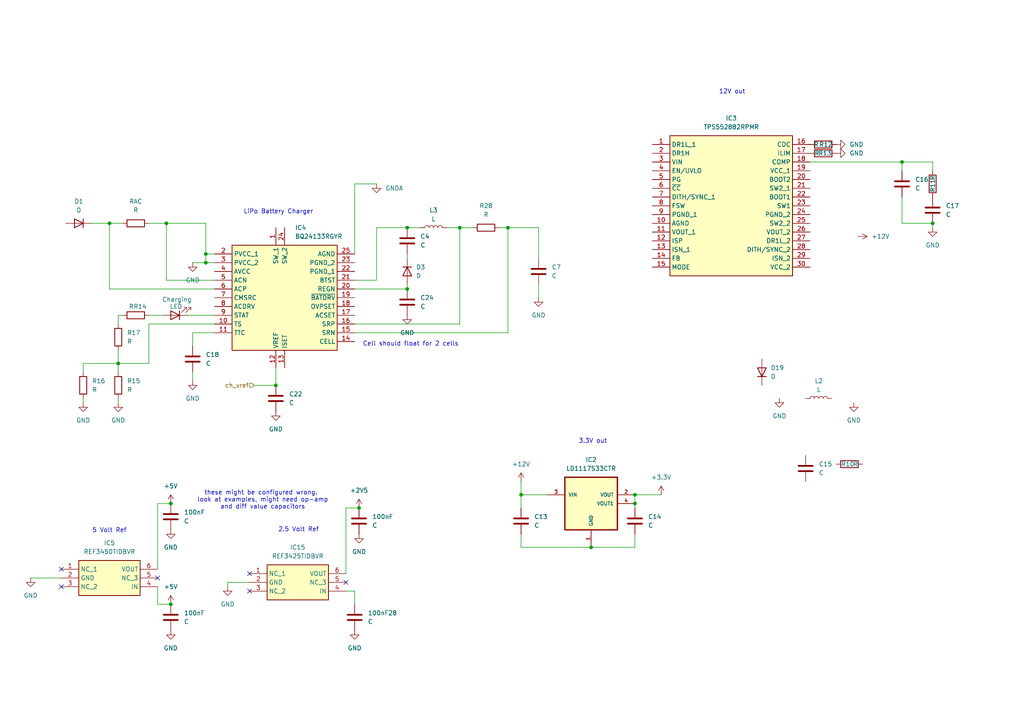
<source format=kicad_sch>
(kicad_sch (version 20231120) (generator "eeschema") (generator_version "8.0")
  (paper "A4")
  (lib_symbols
    (symbol "BQ24133RGYR:BQ24133RGYR"
      (property "Reference" "IC" (at 36.83 20.32 0))
      (property "Value" "BQ24133RGYR" (at 36.83 17.78 0))
      (symbol "BQ24133RGYR_1_1"
        (rectangle (start 5.08 15.24) (end 35.56 -15.24) (stroke (width 0.254)) (fill (type background)))
        (pin passive line (at 0 -2.54 0) (length 5.08) (name "SW_1") (number "1"))
        (pin passive line (at 27.94 -20.32 90) (length 5.08) (name "TS") (number "10"))
        (pin passive line (at 30.48 -20.32 90) (length 5.08) (name "TTC") (number "11"))
        (pin passive line (at 40.64 -2.54 180) (length 5.08) (name "VREF") (number "12"))
        (pin passive line (at 40.64 0 180) (length 5.08) (name "ISET") (number "13"))
        (pin passive line (at 33.02 20.32 270) (length 5.08) (name "CELL") (number "14"))
        (pin passive line (at 30.48 20.32 270) (length 5.08) (name "SRN") (number "15"))
        (pin passive line (at 27.94 20.32 270) (length 5.08) (name "SRP") (number "16"))
        (pin passive line (at 25.4 20.32 270) (length 5.08) (name "ACSET") (number "17"))
        (pin passive line (at 22.86 20.32 270) (length 5.08) (name "OVPSET") (number "18"))
        (pin passive line (at 20.32 20.32 270) (length 5.08) (name "~{BATDRV}") (number "19"))
        (pin passive line (at 7.62 -20.32 90) (length 5.08) (name "PVCC_1") (number "2"))
        (pin passive line (at 17.78 20.32 270) (length 5.08) (name "REGN") (number "20"))
        (pin passive line (at 15.24 20.32 270) (length 5.08) (name "BTST") (number "21"))
        (pin passive line (at 12.7 20.32 270) (length 5.08) (name "PGND_1") (number "22"))
        (pin passive line (at 10.16 20.32 270) (length 5.08) (name "PGND_2") (number "23"))
        (pin passive line (at 0 0 0) (length 5.08) (name "SW_2") (number "24"))
        (pin passive line (at 7.62 20.32 270) (length 5.08) (name "AGND") (number "25"))
        (pin passive line (at 10.16 -20.32 90) (length 5.08) (name "PVCC_2") (number "3"))
        (pin passive line (at 12.7 -20.32 90) (length 5.08) (name "AVCC") (number "4"))
        (pin passive line (at 15.24 -20.32 90) (length 5.08) (name "ACN") (number "5"))
        (pin passive line (at 17.78 -20.32 90) (length 5.08) (name "ACP") (number "6"))
        (pin passive line (at 20.32 -20.32 90) (length 5.08) (name "CMSRC") (number "7"))
        (pin passive line (at 22.86 -20.32 90) (length 5.08) (name "ACDRV") (number "8"))
        (pin passive line (at 25.4 -20.32 90) (length 5.08) (name "STAT") (number "9"))
      )
    )
    (symbol "Device:C" (pin_numbers hide) (pin_names (offset 0.254))
      (property "Reference" "C" (at 0.635 2.54 0))
      (property "Value" "C" (at 0.635 -2.54 0))
      (symbol "C_0_1"
        (polyline (pts (xy -2.032 -0.762) (xy 2.032 -0.762)) (stroke (width 0.508)))
        (polyline (pts (xy -2.032 0.762) (xy 2.032 0.762)) (stroke (width 0.508)))
      )
      (symbol "C_1_1"
        (pin passive line (at 0 3.81 270) (length 2.794) (name "~") (number "1"))
        (pin passive line (at 0 -3.81 90) (length 2.794) (name "~") (number "2"))
      )
    )
    (symbol "Device:D" (pin_numbers hide) (pin_names (offset 1.016) hide)
      (property "Reference" "D" (at 0 2.54 0))
      (property "Value" "D" (at 0 -2.54 0))
      (symbol "D_0_1"
        (polyline (pts (xy -1.27 1.27) (xy -1.27 -1.27)) (stroke (width 0.254)))
        (polyline (pts (xy 1.27 0) (xy -1.27 0)))
        (polyline (pts (xy 1.27 1.27) (xy 1.27 -1.27) (xy -1.27 0) (xy 1.27 1.27)) (stroke (width 0.254)))
      )
      (symbol "D_1_1"
        (pin passive line (at -3.81 0 0) (length 2.54) (name "K") (number "1"))
        (pin passive line (at 3.81 0 180) (length 2.54) (name "A") (number "2"))
      )
    )
    (symbol "Device:L" (pin_numbers hide) (pin_names (offset 1.016) hide)
      (property "Reference" "L" (at -1.27 0 90))
      (property "Value" "L" (at 1.905 0 90))
      (symbol "L_0_1"
        (arc (start 0 -2.54) (mid 0.6323 -1.905) (end 0 -1.27))
        (arc (start 0 -1.27) (mid 0.6323 -0.635) (end 0 0))
        (arc (start 0 0) (mid 0.6323 0.635) (end 0 1.27))
        (arc (start 0 1.27) (mid 0.6323 1.905) (end 0 2.54))
      )
      (symbol "L_1_1"
        (pin passive line (at 0 3.81 270) (length 1.27) (name "1") (number "1"))
        (pin passive line (at 0 -3.81 90) (length 1.27) (name "2") (number "2"))
      )
    )
    (symbol "Device:LED" (pin_numbers hide) (pin_names (offset 1.016) hide)
      (property "Reference" "D" (at 0 2.54 0))
      (property "Value" "LED" (at 0 -2.54 0))
      (symbol "LED_0_1"
        (polyline (pts (xy -1.27 -1.27) (xy -1.27 1.27)) (stroke (width 0.254)))
        (polyline (pts (xy -1.27 0) (xy 1.27 0)))
        (polyline (pts (xy 1.27 -1.27) (xy 1.27 1.27) (xy -1.27 0) (xy 1.27 -1.27)) (stroke (width 0.254)))
        (polyline (pts (xy -3.048 -0.762) (xy -4.572 -2.286) (xy -3.81 -2.286) (xy -4.572 -2.286) (xy -4.572 -1.524)))
        (polyline (pts (xy -1.778 -0.762) (xy -3.302 -2.286) (xy -2.54 -2.286) (xy -3.302 -2.286) (xy -3.302 -1.524)))
      )
      (symbol "LED_1_1"
        (pin passive line (at -3.81 0 0) (length 2.54) (name "K") (number "1"))
        (pin passive line (at 3.81 0 180) (length 2.54) (name "A") (number "2"))
      )
    )
    (symbol "Device:R" (pin_numbers hide) (pin_names (offset 0))
      (property "Reference" "R" (at 2.032 0 90))
      (property "Value" "R" (at 0 0 90))
      (symbol "R_0_1"
        (rectangle (start -1.016 -2.54) (end 1.016 2.54) (stroke (width 0.254)))
      )
      (symbol "R_1_1"
        (pin passive line (at 0 3.81 270) (length 1.27) (name "~") (number "1"))
        (pin passive line (at 0 -3.81 90) (length 1.27) (name "~") (number "2"))
      )
    )
    (symbol "LD1117S33CTR:LD1117S33CTR" (pin_names (offset 1.016))
      (property "Reference" "IC" (at -7.62 5.715 0))
      (property "Value" "LD1117S33CTR" (at -5.08 2.54 0))
      (symbol "LD1117S33CTR_0_0"
        (rectangle (start -7.62 -10.16) (end 7.62 5.08) (stroke (width 0.4064)) (fill (type background)))
        (pin power_in line (at 0 -15.24 90) (length 5.08) (name "GND") (number "1"))
        (pin power_in line (at 12.7 0 180) (length 5.08) (name "VOUT") (number "2"))
        (pin input line (at -12.7 0 0) (length 5.08) (name "VIN") (number "3"))
        (pin power_in line (at 12.7 -2.54 180) (length 5.08) (name "VOUT1") (number "4"))
      )
    )
    (symbol "REF3425TIDBVR:REF3425TIDBVR"
      (property "Reference" "IC" (at 24.13 7.62 0))
      (property "Value" "REF3425TIDBVR" (at 24.13 5.08 0))
      (symbol "REF3425TIDBVR_1_1"
        (rectangle (start 5.08 2.54) (end 22.86 -7.62) (stroke (width 0.254)) (fill (type background)))
        (pin passive line (at 0 0 0) (length 5.08) (name "NC_1") (number "1"))
        (pin passive line (at 0 -2.54 0) (length 5.08) (name "GND") (number "2"))
        (pin passive line (at 0 -5.08 0) (length 5.08) (name "NC_2") (number "3"))
        (pin passive line (at 27.94 -5.08 180) (length 5.08) (name "IN") (number "4"))
        (pin passive line (at 27.94 -2.54 180) (length 5.08) (name "NC_3") (number "5"))
        (pin passive line (at 27.94 0 180) (length 5.08) (name "VOUT") (number "6"))
      )
    )
    (symbol "REF3450TIDBVR:REF3450TIDBVR"
      (property "Reference" "IC" (at 24.13 7.62 0))
      (property "Value" "REF3450TIDBVR" (at 24.13 5.08 0))
      (symbol "REF3450TIDBVR_1_1"
        (rectangle (start 5.08 2.54) (end 22.86 -7.62) (stroke (width 0.254)) (fill (type background)))
        (pin passive line (at 0 0 0) (length 5.08) (name "NC_1") (number "1"))
        (pin passive line (at 0 -2.54 0) (length 5.08) (name "GND") (number "2"))
        (pin passive line (at 0 -5.08 0) (length 5.08) (name "NC_2") (number "3"))
        (pin passive line (at 27.94 -5.08 180) (length 5.08) (name "IN") (number "4"))
        (pin passive line (at 27.94 -2.54 180) (length 5.08) (name "NC_3") (number "5"))
        (pin passive line (at 27.94 0 180) (length 5.08) (name "VOUT") (number "6"))
      )
    )
    (symbol "TPS552882RPMR:TPS552882RPMR"
      (property "Reference" "IC" (at 41.91 7.62 0))
      (property "Value" "TPS552882RPMR" (at 41.91 5.08 0))
      (symbol "TPS552882RPMR_1_1"
        (rectangle (start 5.08 2.54) (end 40.64 -38.1) (stroke (width 0.254)) (fill (type background)))
        (pin passive line (at 0 0 0) (length 5.08) (name "DR1L_1") (number "1"))
        (pin passive line (at 0 -22.86 0) (length 5.08) (name "AGND") (number "10"))
        (pin passive line (at 0 -25.4 0) (length 5.08) (name "VOUT_1") (number "11"))
        (pin passive line (at 0 -27.94 0) (length 5.08) (name "ISP") (number "12"))
        (pin passive line (at 0 -30.48 0) (length 5.08) (name "ISN_1") (number "13"))
        (pin passive line (at 0 -33.02 0) (length 5.08) (name "FB") (number "14"))
        (pin passive line (at 0 -35.56 0) (length 5.08) (name "MODE") (number "15"))
        (pin passive line (at 45.72 0 180) (length 5.08) (name "CDC") (number "16"))
        (pin passive line (at 45.72 -2.54 180) (length 5.08) (name "ILIM") (number "17"))
        (pin passive line (at 45.72 -5.08 180) (length 5.08) (name "COMP") (number "18"))
        (pin passive line (at 45.72 -7.62 180) (length 5.08) (name "VCC_1") (number "19"))
        (pin passive line (at 0 -2.54 0) (length 5.08) (name "DR1H") (number "2"))
        (pin passive line (at 45.72 -10.16 180) (length 5.08) (name "BOOT2") (number "20"))
        (pin passive line (at 45.72 -12.7 180) (length 5.08) (name "SW2_1") (number "21"))
        (pin passive line (at 45.72 -15.24 180) (length 5.08) (name "BOOT1") (number "22"))
        (pin passive line (at 45.72 -17.78 180) (length 5.08) (name "SW1") (number "23"))
        (pin passive line (at 45.72 -20.32 180) (length 5.08) (name "PGND_2") (number "24"))
        (pin passive line (at 45.72 -22.86 180) (length 5.08) (name "SW2_2") (number "25"))
        (pin passive line (at 45.72 -25.4 180) (length 5.08) (name "VOUT_2") (number "26"))
        (pin passive line (at 45.72 -27.94 180) (length 5.08) (name "DR1L_2") (number "27"))
        (pin passive line (at 45.72 -30.48 180) (length 5.08) (name "DITH/SYNC_2") (number "28"))
        (pin passive line (at 45.72 -33.02 180) (length 5.08) (name "ISN_2") (number "29"))
        (pin passive line (at 0 -5.08 0) (length 5.08) (name "VIN") (number "3"))
        (pin passive line (at 45.72 -35.56 180) (length 5.08) (name "VCC_2") (number "30"))
        (pin passive line (at 0 -7.62 0) (length 5.08) (name "EN/UVLO") (number "4"))
        (pin passive line (at 0 -10.16 0) (length 5.08) (name "PG") (number "5"))
        (pin passive line (at 0 -12.7 0) (length 5.08) (name "~{CC}") (number "6"))
        (pin passive line (at 0 -15.24 0) (length 5.08) (name "DITH/SYNC_1") (number "7"))
        (pin passive line (at 0 -17.78 0) (length 5.08) (name "FSW") (number "8"))
        (pin passive line (at 0 -20.32 0) (length 5.08) (name "PGND_1") (number "9"))
      )
    )
    (symbol "power:+12V" (power) (pin_numbers hide) (pin_names (offset 0) hide)
      (property "Value" "+12V" (at 0 3.556 0))
      (symbol "+12V_0_1"
        (polyline (pts (xy -0.762 1.27) (xy 0 2.54)))
        (polyline (pts (xy 0 0) (xy 0 2.54)))
        (polyline (pts (xy 0 2.54) (xy 0.762 1.27)))
      )
      (symbol "+12V_1_1"
        (pin power_in line (at 0 0 90) (length 0) (name "~") (number "1"))
      )
    )
    (symbol "power:+2V5" (power) (pin_numbers hide) (pin_names (offset 0) hide)
      (property "Value" "+2V5" (at 0 3.556 0))
      (symbol "+2V5_0_1"
        (polyline (pts (xy -0.762 1.27) (xy 0 2.54)))
        (polyline (pts (xy 0 0) (xy 0 2.54)))
        (polyline (pts (xy 0 2.54) (xy 0.762 1.27)))
      )
      (symbol "+2V5_1_1"
        (pin power_in line (at 0 0 90) (length 0) (name "~") (number "1"))
      )
    )
    (symbol "power:+3.3V" (power) (pin_numbers hide) (pin_names (offset 0) hide)
      (property "Value" "+3.3V" (at 0 3.556 0))
      (symbol "+3.3V_0_1"
        (polyline (pts (xy -0.762 1.27) (xy 0 2.54)))
        (polyline (pts (xy 0 0) (xy 0 2.54)))
        (polyline (pts (xy 0 2.54) (xy 0.762 1.27)))
      )
      (symbol "+3.3V_1_1"
        (pin power_in line (at 0 0 90) (length 0) (name "~") (number "1"))
      )
    )
    (symbol "power:+5V" (power) (pin_numbers hide) (pin_names (offset 0) hide)
      (property "Value" "+5V" (at 0 3.556 0))
      (symbol "+5V_0_1"
        (polyline (pts (xy -0.762 1.27) (xy 0 2.54)))
        (polyline (pts (xy 0 0) (xy 0 2.54)))
        (polyline (pts (xy 0 2.54) (xy 0.762 1.27)))
      )
      (symbol "+5V_1_1"
        (pin power_in line (at 0 0 90) (length 0) (name "~") (number "1"))
      )
    )
    (symbol "power:GND" (power) (pin_numbers hide) (pin_names (offset 0) hide)
      (property "Value" "GND" (at 0 -3.81 0))
      (symbol "GND_0_1"
        (polyline (pts (xy 0 0) (xy 0 -1.27) (xy 1.27 -1.27) (xy 0 -2.54) (xy -1.27 -1.27) (xy 0 -1.27)))
      )
      (symbol "GND_1_1"
        (pin power_in line (at 0 0 270) (length 0) (name "~") (number "1"))
      )
    )
    (symbol "power:GNDA" (power) (pin_numbers hide) (pin_names (offset 0) hide)
      (property "Value" "GNDA" (at 0 -3.81 0))
      (symbol "GNDA_0_1"
        (polyline (pts (xy 0 0) (xy 0 -1.27) (xy 1.27 -1.27) (xy 0 -2.54) (xy -1.27 -1.27) (xy 0 -1.27)))
      )
      (symbol "GNDA_1_1"
        (pin power_in line (at 0 0 270) (length 0) (name "~") (number "1"))
      )
    )
  )
  (junction (at 171.45 158.75))
  (junction (at 261.62 46.99))
  (junction (at 184.15 143.51))
  (junction (at 270.51 64.77))
  (junction (at 104.14 147.32))
  (junction (at 48.26 64.77))
  (junction (at 118.11 66.04))
  (junction (at 31.75 64.77))
  (junction (at 184.15 146.05))
  (junction (at 59.69 76.2))
  (junction (at 49.53 146.05))
  (junction (at 34.29 105.41))
  (junction (at 133.35 66.04))
  (junction (at 49.53 175.26))
  (junction (at 80.01 111.76))
  (junction (at 147.32 66.04))
  (junction (at 59.69 73.66))
  (junction (at 151.13 143.51))
  (junction (at 118.11 83.82))
  (no_connect (at 45.72 167.64))
  (no_connect (at 17.78 170.18))
  (no_connect (at 72.39 171.45))
  (no_connect (at 100.33 168.91))
  (no_connect (at 72.39 166.37))
  (no_connect (at 17.78 165.1))
  (wire (pts (xy 184.15 154.94) (xy 184.15 158.75)))
  (wire (pts (xy 34.29 101.6) (xy 34.29 105.41)))
  (wire (pts (xy 151.13 147.32) (xy 151.13 143.51)))
  (wire (pts (xy 100.33 166.37) (xy 100.33 147.32)))
  (wire (pts (xy 80.01 106.68) (xy 80.01 111.76)))
  (wire (pts (xy 48.26 64.77) (xy 59.69 64.77)))
  (wire (pts (xy 118.11 82.55) (xy 118.11 83.82)))
  (wire (pts (xy 100.33 147.32) (xy 104.14 147.32)))
  (wire (pts (xy 151.13 154.94) (xy 151.13 158.75)))
  (wire (pts (xy 156.21 66.04) (xy 147.32 66.04)))
  (wire (pts (xy 151.13 139.7) (xy 151.13 143.51)))
  (wire (pts (xy 147.32 66.04) (xy 147.32 96.52)))
  (wire (pts (xy 43.18 64.77) (xy 48.26 64.77)))
  (wire (pts (xy 184.15 143.51) (xy 191.77 143.51)))
  (wire (pts (xy 8.89 167.64) (xy 17.78 167.64)))
  (wire (pts (xy 261.62 64.77) (xy 270.51 64.77)))
  (wire (pts (xy 34.29 107.95) (xy 34.29 105.41)))
  (wire (pts (xy 102.87 175.26) (xy 102.87 171.45)))
  (wire (pts (xy 261.62 46.99) (xy 270.51 46.99)))
  (wire (pts (xy 34.29 116.84) (xy 34.29 115.57)))
  (wire (pts (xy 26.67 64.77) (xy 31.75 64.77)))
  (wire (pts (xy 102.87 73.66) (xy 102.87 53.34)))
  (wire (pts (xy 72.39 168.91) (xy 66.04 168.91)))
  (wire (pts (xy 184.15 147.32) (xy 184.15 146.05)))
  (wire (pts (xy 102.87 171.45) (xy 100.33 171.45)))
  (wire (pts (xy 55.88 96.52) (xy 62.23 96.52)))
  (wire (pts (xy 62.23 93.98) (xy 43.18 93.98)))
  (wire (pts (xy 43.18 93.98) (xy 43.18 105.41)))
  (wire (pts (xy 147.32 66.04) (xy 144.78 66.04)))
  (wire (pts (xy 48.26 81.28) (xy 62.23 81.28)))
  (wire (pts (xy 109.22 81.28) (xy 102.87 81.28)))
  (wire (pts (xy 184.15 146.05) (xy 184.15 143.51)))
  (wire (pts (xy 133.35 66.04) (xy 137.16 66.04)))
  (wire (pts (xy 102.87 53.34) (xy 109.22 53.34)))
  (wire (pts (xy 133.35 93.98) (xy 133.35 66.04)))
  (wire (pts (xy 109.22 66.04) (xy 118.11 66.04)))
  (wire (pts (xy 45.72 170.18) (xy 45.72 175.26)))
  (wire (pts (xy 234.95 46.99) (xy 261.62 46.99)))
  (wire (pts (xy 24.13 105.41) (xy 34.29 105.41)))
  (wire (pts (xy 59.69 76.2) (xy 62.23 76.2)))
  (wire (pts (xy 31.75 83.82) (xy 31.75 64.77)))
  (wire (pts (xy 55.88 100.33) (xy 55.88 96.52)))
  (wire (pts (xy 55.88 76.2) (xy 59.69 76.2)))
  (wire (pts (xy 102.87 93.98) (xy 133.35 93.98)))
  (wire (pts (xy 54.61 91.44) (xy 62.23 91.44)))
  (wire (pts (xy 156.21 86.36) (xy 156.21 82.55)))
  (wire (pts (xy 129.54 66.04) (xy 133.35 66.04)))
  (wire (pts (xy 102.87 96.52) (xy 147.32 96.52)))
  (wire (pts (xy 156.21 66.04) (xy 156.21 74.93)))
  (wire (pts (xy 261.62 57.15) (xy 261.62 64.77)))
  (wire (pts (xy 102.87 83.82) (xy 118.11 83.82)))
  (wire (pts (xy 184.15 158.75) (xy 171.45 158.75)))
  (wire (pts (xy 24.13 115.57) (xy 24.13 116.84)))
  (wire (pts (xy 24.13 105.41) (xy 24.13 107.95)))
  (wire (pts (xy 270.51 46.99) (xy 270.51 49.53)))
  (wire (pts (xy 118.11 66.04) (xy 121.92 66.04)))
  (wire (pts (xy 73.66 111.76) (xy 80.01 111.76)))
  (wire (pts (xy 151.13 143.51) (xy 158.75 143.51)))
  (wire (pts (xy 45.72 165.1) (xy 45.72 146.05)))
  (wire (pts (xy 45.72 175.26) (xy 49.53 175.26)))
  (wire (pts (xy 118.11 73.66) (xy 118.11 74.93)))
  (wire (pts (xy 55.88 107.95) (xy 55.88 110.49)))
  (wire (pts (xy 171.45 158.75) (xy 151.13 158.75)))
  (wire (pts (xy 62.23 83.82) (xy 31.75 83.82)))
  (wire (pts (xy 48.26 64.77) (xy 48.26 81.28)))
  (wire (pts (xy 270.51 66.04) (xy 270.51 64.77)))
  (wire (pts (xy 109.22 66.04) (xy 109.22 81.28)))
  (wire (pts (xy 261.62 46.99) (xy 261.62 49.53)))
  (wire (pts (xy 34.29 91.44) (xy 34.29 93.98)))
  (wire (pts (xy 45.72 146.05) (xy 49.53 146.05)))
  (wire (pts (xy 43.18 105.41) (xy 34.29 105.41)))
  (wire (pts (xy 35.56 91.44) (xy 34.29 91.44)))
  (wire (pts (xy 59.69 73.66) (xy 59.69 64.77)))
  (wire (pts (xy 66.04 168.91) (xy 66.04 170.18)))
  (wire (pts (xy 31.75 64.77) (xy 35.56 64.77)))
  (wire (pts (xy 59.69 73.66) (xy 59.69 76.2)))
  (wire (pts (xy 43.18 91.44) (xy 46.99 91.44)))
  (wire (pts (xy 59.69 73.66) (xy 62.23 73.66)))
  (text "5 Volt Ref" (at 31.75 153.924 0) (effects (font (size 1.27 1.27))))
  (text "2.5 Volt Ref" (at 86.614 153.67 0) (effects (font (size 1.27 1.27))))
  (text "3.3V out" (at 171.958 128.016 0) (effects (font (size 1.27 1.27))))
  (text "these might be configured wrong. \nlook at examples, might need op-amp\nand diff value capacitors" (at 76.2 145.034 0) (effects (font (size 1.27 1.27))))
  (text "12V out" (at 212.344 26.67 0) (effects (font (size 1.27 1.27))))
  (text "Cell should float for 2 cells\n" (at 119.126 99.822 0) (effects (font (size 1.27 1.27))))
  (text "LiPo Battery Charger\n" (at 80.772 61.468 0) (effects (font (size 1.27 1.27))))
  (hierarchical_label "ch_vref" (shape input) (at 73.66 111.76 180))
  (symbol (lib_id "Device:L") (at 237.49 115.57 90) (unit 1)
    (property "Reference" "L2" (at 237.49 110.49 90))
    (property "Value" "L" (at 237.49 113.03 90))
    (property "Description" "Inductor" (effects (hide yes)))
  )
  (symbol (lib_id "Device:R") (at 34.29 111.76 180) (unit 1)
    (property "Reference" "R15" (at 36.83 110.4899 0) (effects (justify right)))
    (property "Value" "R" (at 36.83 113.0299 0) (effects (justify right)))
    (property "Description" "Resistor" (effects (hide yes)))
  )
  (symbol (lib_id "Device:R") (at 39.37 64.77 270) (unit 1)
    (property "Reference" "RAC" (at 39.37 58.42 90))
    (property "Value" "R" (at 39.37 60.96 90))
    (property "Description" "Resistor" (effects (hide yes)))
  )
  (symbol (lib_id "Device:C") (at 49.53 149.86 0) (unit 1)
    (property "Reference" "100nF" (at 53.34 148.5899 0) (effects (justify left)))
    (property "Value" "C" (at 53.34 151.1299 0) (effects (justify left)))
    (property "Description" "Unpolarized capacitor" (effects (hide yes)))
  )
  (symbol (lib_id "power:GND") (at 55.88 110.49 0) (unit 1)
    (property "Reference" "#PWR078" (effects (hide yes)))
    (property "Value" "GND" (at 55.88 115.57 0))
    (property "Description" "Power symbol creates a global label with name \"GND\" , ground" (effects (hide yes)))
  )
  (symbol (lib_id "Device:C") (at 270.51 60.96 0) (unit 1)
    (property "Reference" "C17" (at 274.32 59.6899 0) (effects (justify left)))
    (property "Value" "C" (at 274.32 62.2299 0) (effects (justify left)))
    (property "Description" "Unpolarized capacitor" (effects (hide yes)))
  )
  (symbol (lib_id "Device:C") (at 184.15 151.13 0) (unit 1)
    (property "Reference" "C14" (at 187.96 149.8599 0) (effects (justify left)))
    (property "Value" "C" (at 187.96 152.3999 0) (effects (justify left)))
    (property "Description" "Unpolarized capacitor" (effects (hide yes)))
  )
  (symbol (lib_id "Device:R") (at 34.29 97.79 180) (unit 1)
    (property "Reference" "R17" (at 36.83 96.5199 0) (effects (justify right)))
    (property "Value" "R" (at 36.83 99.0599 0) (effects (justify right)))
    (property "Description" "Resistor" (effects (hide yes)))
  )
  (symbol (lib_id "REF3450TIDBVR:REF3450TIDBVR") (at 17.78 165.1 0) (unit 1)
    (property "Reference" "IC5" (at 31.75 157.48 0))
    (property "Value" "REF3450TIDBVR" (at 31.75 160.02 0))
    (property "Footprint" "SOT95P280X145-6N" (effects (hide yes)))
    (property "Datasheet" "https://www.ti.com/lit/ds/symlink/ref3450.pdf?ts=1625451766832&ref_url=https%253A%252F%252Fwww.ti.com%252Fsitesearch%252Fdocs%252Funiversalsearch.tsp%253FlangPref%253Den-US%2526searchTerm%253DREF3450TIDBVR%2526nr%253D7" (effects (hide yes)))
    (property "Description" "Voltage References 5-V, low-drift, low-power, small-footprint series voltage reference" (effects (hide yes)))
    (property "Height" "1.45" (effects (hide yes)))
    (property "Mouser Part Number" "595-REF3450TIDBVR" (effects (hide yes)))
    (property "Mouser Price/Stock" "https://www.mouser.co.uk/ProductDetail/Texas-Instruments/REF3450TIDBVR?qs=QNEnbhJQKvaJ9wk9nNLvXA%3D%3D" (effects (hide yes)))
    (property "Manufacturer_Name" "Texas Instruments" (effects (hide yes)))
    (property "Manufacturer_Part_Number" "REF3450TIDBVR" (effects (hide yes)))
  )
  (symbol (lib_id "power:+12V") (at 151.13 139.7 0) (unit 1)
    (property "Reference" "#PWR066" (effects (hide yes)))
    (property "Value" "+12V" (at 151.13 134.62 0))
    (property "Description" "Power symbol creates a global label with name \"+12V\"" (effects (hide yes)))
  )
  (symbol (lib_id "Device:C") (at 104.14 151.13 0) (unit 1)
    (property "Reference" "100nF" (at 107.95 149.8599 0) (effects (justify left)))
    (property "Value" "C" (at 107.95 152.3999 0) (effects (justify left)))
    (property "Description" "Unpolarized capacitor" (effects (hide yes)))
  )
  (symbol (lib_id "power:GND") (at 34.29 116.84 0) (unit 1)
    (property "Reference" "#PWR079" (effects (hide yes)))
    (property "Value" "GND" (at 34.29 121.92 0))
    (property "Description" "Power symbol creates a global label with name \"GND\" , ground" (effects (hide yes)))
  )
  (symbol (lib_id "power:GND") (at 226.06 115.57 0) (unit 1)
    (property "Reference" "#PWR065" (effects (hide yes)))
    (property "Value" "GND" (at 226.06 120.65 0))
    (property "Description" "Power symbol creates a global label with name \"GND\" , ground" (effects (hide yes)))
  )
  (symbol (lib_id "REF3425TIDBVR:REF3425TIDBVR") (at 72.39 166.37 0) (unit 1)
    (property "Reference" "IC15" (at 86.36 158.75 0))
    (property "Value" "REF3425TIDBVR" (at 86.36 161.29 0))
    (property "Footprint" "SOT95P280X145-6N" (effects (hide yes)))
    (property "Datasheet" "https://www.ti.com/lit/ds/symlink/ref3425.pdf" (effects (hide yes)))
    (property "Description" "Voltage References 2.5-V, low-drift, low-power, small-footprint series voltage reference" (effects (hide yes)))
    (property "Height" "1.45" (effects (hide yes)))
    (property "Mouser Part Number" "595-REF3425TIDBVR" (effects (hide yes)))
    (property "Mouser Price/Stock" "https://www.mouser.co.uk/ProductDetail/Texas-Instruments/REF3425TIDBVR?qs=aP1CjGhiNiGDDMYjOCCRrA%3D%3D" (effects (hide yes)))
    (property "Manufacturer_Name" "Texas Instruments" (effects (hide yes)))
    (property "Manufacturer_Part_Number" "REF3425TIDBVR" (effects (hide yes)))
  )
  (symbol (lib_id "power:GND") (at 80.01 119.38 0) (unit 1)
    (property "Reference" "#PWR086" (effects (hide yes)))
    (property "Value" "GND" (at 80.01 124.46 0))
    (property "Description" "Power symbol creates a global label with name \"GND\" , ground" (effects (hide yes)))
  )
  (symbol (lib_id "power:+3.3V") (at 191.77 143.51 0) (unit 1)
    (property "Reference" "#PWR059" (effects (hide yes)))
    (property "Value" "+3.3V" (at 191.77 138.43 0))
    (property "Description" "Power symbol creates a global label with name \"+3.3V\"" (effects (hide yes)))
  )
  (symbol (lib_id "BQ24133RGYR:BQ24133RGYR") (at 82.55 66.04 270) (unit 1)
    (property "Reference" "IC4" (at 85.5665 66.04 90) (effects (justify left)))
    (property "Value" "BQ24133RGYR" (at 85.5665 68.58 90) (effects (justify left)))
    (property "Footprint" "BQ24133RGYR" (effects (hide yes)))
    (property "Datasheet" "http://www.ti.com/lit/gpn/BQ24133" (effects (hide yes)))
    (property "Description" "Synchronous Switch-Mode Li-Ion and Li-Polymer Stand-Alone Battery Charger" (effects (hide yes)))
    (property "Height" "1" (effects (hide yes)))
    (property "Mouser Part Number" "595-BQ24133RGYR" (effects (hide yes)))
    (property "Mouser Price/Stock" "https://www.mouser.co.uk/ProductDetail/Texas-Instruments/BQ24133RGYR?qs=O1HRStiETChtddIVJFsUHw%3D%3D" (effects (hide yes)))
    (property "Manufacturer_Name" "Texas Instruments" (effects (hide yes)))
    (property "Manufacturer_Part_Number" "BQ24133RGYR" (effects (hide yes)))
  )
  (symbol (lib_id "LD1117S33CTR:LD1117S33CTR") (at 171.45 143.51 0) (unit 1)
    (property "Reference" "IC2" (at 171.45 133.35 0))
    (property "Value" "LD1117S33CTR" (at 171.45 135.89 0))
    (property "Footprint" "LD1117S33CTR:SOT223" (effects (hide yes)))
    (property "MF" "STMicroelectronics" (effects (hide yes)))
    (property "Description_1" "\n                        \n                            Linear Voltage Regulator IC Positive Fixed 1 Output  800mA SOT-223\n                        \n" (effects (hide yes)))
    (property "Package" "SOT-223 STMicroelectronics" (effects (hide yes)))
    (property "Price" "None" (effects (hide yes)))
    (property "SnapEDA_Link" "https://www.snapeda.com/parts/LD1117S33CTR/STMicroelectronics/view-part/?ref=snap" (effects (hide yes)))
    (property "MP" "LD1117S33CTR" (effects (hide yes)))
    (property "Availability" "In Stock" (effects (hide yes)))
    (property "Check_prices" "https://www.snapeda.com/parts/LD1117S33CTR/STMicroelectronics/view-part/?ref=eda" (effects (hide yes)))
  )
  (symbol (lib_id "power:GND") (at 66.04 170.18 0) (unit 1)
    (property "Reference" "#PWR0120" (effects (hide yes)))
    (property "Value" "GND" (at 66.04 175.26 0))
    (property "Description" "Power symbol creates a global label with name \"GND\" , ground" (effects (hide yes)))
  )
  (symbol (lib_id "Device:C") (at 151.13 151.13 0) (unit 1)
    (property "Reference" "C13" (at 154.94 149.8599 0) (effects (justify left)))
    (property "Value" "C" (at 154.94 152.3999 0) (effects (justify left)))
    (property "Description" "Unpolarized capacitor" (effects (hide yes)))
  )
  (symbol (lib_id "Device:R") (at 24.13 111.76 180) (unit 1)
    (property "Reference" "R16" (at 26.67 110.4899 0) (effects (justify right)))
    (property "Value" "R" (at 26.67 113.0299 0) (effects (justify right)))
    (property "Description" "Resistor" (effects (hide yes)))
  )
  (symbol (lib_id "power:GND") (at 55.88 76.2 0) (unit 1)
    (property "Reference" "#PWR0119" (effects (hide yes)))
    (property "Value" "GND" (at 55.88 81.28 0))
    (property "Description" "Power symbol creates a global label with name \"GND\" , ground" (effects (hide yes)))
  )
  (symbol (lib_id "Device:D") (at 22.86 64.77 180) (unit 1)
    (property "Reference" "D1" (at 22.86 58.42 0))
    (property "Value" "D" (at 22.86 60.96 0))
    (property "Description" "Diode" (effects (hide yes)))
    (property "Sim.Device" "D" (effects (hide yes)))
    (property "Sim.Pins" "1=K 2=A" (effects (hide yes)))
  )
  (symbol (lib_id "Device:R") (at 39.37 91.44 90) (unit 1)
    (property "Reference" "R14" (at 40.64 88.9 90))
    (property "Value" "R" (at 38.1 88.9 90))
    (property "Description" "Resistor" (effects (hide yes)))
  )
  (symbol (lib_id "power:GNDA") (at 109.22 53.34 0) (unit 1)
    (property "Reference" "#PWR077" (effects (hide yes)))
    (property "Value" "GNDA" (at 111.76 54.6099 0) (effects (justify left)))
    (property "Description" "Power symbol creates a global label with name \"GNDA\" , analog ground" (effects (hide yes)))
  )
  (symbol (lib_id "power:+12V") (at 248.92 68.58 270) (unit 1)
    (property "Reference" "#PWR071" (effects (hide yes)))
    (property "Value" "+12V" (at 252.73 68.5799 90) (effects (justify left)))
    (property "Description" "Power symbol creates a global label with name \"+12V\"" (effects (hide yes)))
  )
  (symbol (lib_id "Device:C") (at 80.01 115.57 0) (unit 1)
    (property "Reference" "C22" (at 83.82 114.2999 0) (effects (justify left)))
    (property "Value" "C" (at 83.82 116.8399 0) (effects (justify left)))
    (property "Description" "Unpolarized capacitor" (effects (hide yes)))
  )
  (symbol (lib_id "power:GND") (at 49.53 153.67 0) (unit 1)
    (property "Reference" "#PWR075" (effects (hide yes)))
    (property "Value" "GND" (at 49.53 158.75 0))
    (property "Description" "Power symbol creates a global label with name \"GND\" , ground" (effects (hide yes)))
  )
  (symbol (lib_id "Device:C") (at 233.68 135.89 0) (unit 1)
    (property "Reference" "C15" (at 237.49 134.6199 0) (effects (justify left)))
    (property "Value" "C" (at 237.49 137.1599 0) (effects (justify left)))
    (property "Description" "Unpolarized capacitor" (effects (hide yes)))
  )
  (symbol (lib_id "power:GND") (at 102.87 182.88 0) (unit 1)
    (property "Reference" "#PWR0121" (effects (hide yes)))
    (property "Value" "GND" (at 102.87 187.96 0))
    (property "Description" "Power symbol creates a global label with name \"GND\" , ground" (effects (hide yes)))
  )
  (symbol (lib_id "power:GND") (at 49.53 182.88 0) (unit 1)
    (property "Reference" "#PWR076" (effects (hide yes)))
    (property "Value" "GND" (at 49.53 187.96 0))
    (property "Description" "Power symbol creates a global label with name \"GND\" , ground" (effects (hide yes)))
  )
  (symbol (lib_id "power:GND") (at 242.57 44.45 90) (unit 1)
    (property "Reference" "#PWR0118" (effects (hide yes)))
    (property "Value" "GND" (at 246.38 44.4499 90) (effects (justify right)))
    (property "Description" "Power symbol creates a global label with name \"GND\" , ground" (effects (hide yes)))
  )
  (symbol (lib_id "power:GND") (at 247.65 116.84 0) (mirror y) (unit 1)
    (property "Reference" "#PWR068" (effects (hide yes)))
    (property "Value" "GND" (at 247.65 121.92 0))
    (property "Description" "Power symbol creates a global label with name \"GND\" , ground" (effects (hide yes)))
  )
  (symbol (lib_id "Device:C") (at 102.87 179.07 0) (unit 1)
    (property "Reference" "100nF28" (at 106.68 177.7999 0) (effects (justify left)))
    (property "Value" "C" (at 106.68 180.3399 0) (effects (justify left)))
    (property "Description" "Unpolarized capacitor" (effects (hide yes)))
  )
  (symbol (lib_id "Device:D") (at 118.11 78.74 270) (unit 1)
    (property "Reference" "D3" (at 120.65 77.4699 90) (effects (justify left)))
    (property "Value" "D" (at 120.65 80.0099 90) (effects (justify left)))
    (property "Description" "Diode" (effects (hide yes)))
    (property "Sim.Device" "D" (effects (hide yes)))
    (property "Sim.Pins" "1=K 2=A" (effects (hide yes)))
  )
  (symbol (lib_id "power:+5V") (at 49.53 146.05 0) (unit 1)
    (property "Reference" "#PWR073" (effects (hide yes)))
    (property "Value" "+5V" (at 49.53 140.97 0))
    (property "Description" "Power symbol creates a global label with name \"+5V\"" (effects (hide yes)))
  )
  (symbol (lib_id "Device:R") (at 246.38 134.62 90) (unit 1)
    (property "Reference" "R10" (at 245.872 134.62 90))
    (property "Value" "R" (at 248.158 134.62 90))
    (property "Description" "Resistor" (effects (hide yes)))
  )
  (symbol (lib_id "power:+5V") (at 49.53 175.26 0) (unit 1)
    (property "Reference" "#PWR074" (effects (hide yes)))
    (property "Value" "+5V" (at 49.53 170.18 0))
    (property "Description" "Power symbol creates a global label with name \"+5V\"" (effects (hide yes)))
  )
  (symbol (lib_id "Device:C") (at 49.53 179.07 0) (unit 1)
    (property "Reference" "100nF" (at 53.34 177.7999 0) (effects (justify left)))
    (property "Value" "C" (at 53.34 180.3399 0) (effects (justify left)))
    (property "Description" "Unpolarized capacitor" (effects (hide yes)))
  )
  (symbol (lib_id "Device:C") (at 261.62 53.34 0) (unit 1)
    (property "Reference" "C16" (at 265.43 52.0699 0) (effects (justify left)))
    (property "Value" "C" (at 265.43 54.6099 0) (effects (justify left)))
    (property "Description" "Unpolarized capacitor" (effects (hide yes)))
  )
  (symbol (lib_id "power:GND") (at 242.57 41.91 90) (unit 1)
    (property "Reference" "#PWR0117" (effects (hide yes)))
    (property "Value" "GND" (at 246.38 41.9099 90) (effects (justify right)))
    (property "Description" "Power symbol creates a global label with name \"GND\" , ground" (effects (hide yes)))
  )
  (symbol (lib_id "Device:C") (at 118.11 69.85 180) (unit 1)
    (property "Reference" "C4" (at 121.92 68.5799 0) (effects (justify right)))
    (property "Value" "C" (at 121.92 71.1199 0) (effects (justify right)))
    (property "Description" "Unpolarized capacitor" (effects (hide yes)))
  )
  (symbol (lib_id "power:GND") (at 270.51 66.04 0) (mirror y) (unit 1)
    (property "Reference" "#PWR067" (effects (hide yes)))
    (property "Value" "GND" (at 270.51 71.12 0))
    (property "Description" "Power symbol creates a global label with name \"GND\" , ground" (effects (hide yes)))
  )
  (symbol (lib_id "Device:LED") (at 50.8 91.44 180) (unit 1)
    (property "Reference" "Charging" (at 51.308 86.868 0))
    (property "Value" "LED" (at 51.054 88.9 0))
    (property "Description" "Light emitting diode" (effects (hide yes)))
  )
  (symbol (lib_id "power:+2V5") (at 104.14 147.32 0) (unit 1)
    (property "Reference" "#PWR0124" (effects (hide yes)))
    (property "Value" "+2V5" (at 104.14 142.24 0))
    (property "Description" "Power symbol creates a global label with name \"+2V5\"" (effects (hide yes)))
  )
  (symbol (lib_id "power:GND") (at 104.14 154.94 0) (unit 1)
    (property "Reference" "#PWR0123" (effects (hide yes)))
    (property "Value" "GND" (at 104.14 160.02 0))
    (property "Description" "Power symbol creates a global label with name \"GND\" , ground" (effects (hide yes)))
  )
  (symbol (lib_id "Device:C") (at 55.88 104.14 0) (unit 1)
    (property "Reference" "C18" (at 59.69 102.8699 0) (effects (justify left)))
    (property "Value" "C" (at 59.69 105.4099 0) (effects (justify left)))
    (property "Description" "Unpolarized capacitor" (effects (hide yes)))
  )
  (symbol (lib_id "Device:C") (at 156.21 78.74 0) (unit 1)
    (property "Reference" "C7" (at 160.02 77.4699 0) (effects (justify left)))
    (property "Value" "C" (at 160.02 80.0099 0) (effects (justify left)))
    (property "Description" "Unpolarized capacitor" (effects (hide yes)))
  )
  (symbol (lib_id "power:GND") (at 8.89 167.64 0) (unit 1)
    (property "Reference" "#PWR072" (effects (hide yes)))
    (property "Value" "GND" (at 8.89 172.72 0))
    (property "Description" "Power symbol creates a global label with name \"GND\" , ground" (effects (hide yes)))
  )
  (symbol (lib_id "Device:L") (at 125.73 66.04 90) (unit 1)
    (property "Reference" "L3" (at 125.73 60.96 90))
    (property "Value" "L" (at 125.73 63.5 90))
    (property "Description" "Inductor" (effects (hide yes)))
  )
  (symbol (lib_id "Device:R") (at 140.97 66.04 270) (unit 1)
    (property "Reference" "R28" (at 140.97 59.69 90))
    (property "Value" "R" (at 140.97 62.23 90))
    (property "Description" "Resistor" (effects (hide yes)))
  )
  (symbol (lib_id "power:GND") (at 118.11 91.44 0) (unit 1)
    (property "Reference" "#PWR070" (effects (hide yes)))
    (property "Value" "GND" (at 118.11 96.52 0))
    (property "Description" "Power symbol creates a global label with name \"GND\" , ground" (effects (hide yes)))
  )
  (symbol (lib_id "Device:D") (at 220.98 107.95 90) (unit 1)
    (property "Reference" "D19" (at 223.52 106.6799 90) (effects (justify right)))
    (property "Value" "D" (at 223.52 109.2199 90) (effects (justify right)))
    (property "Description" "Diode" (effects (hide yes)))
    (property "Sim.Device" "D" (effects (hide yes)))
    (property "Sim.Pins" "1=K 2=A" (effects (hide yes)))
  )
  (symbol (lib_id "TPS552882RPMR:TPS552882RPMR") (at 189.23 41.91 0) (unit 1)
    (property "Reference" "IC3" (at 212.09 34.29 0))
    (property "Value" "TPS552882RPMR" (at 212.09 36.83 0))
    (property "Footprint" "TPS552882RPMR" (effects (hide yes)))
    (property "Datasheet" "https://www.ti.com/lit/gpn/TPS552882" (effects (hide yes)))
    (property "Description" "36-V, 16-A buck-boost converter" (effects (hide yes)))
    (property "Height" "1" (effects (hide yes)))
    (property "Mouser Part Number" "595-TPS552882RPMR" (effects (hide yes)))
    (property "Mouser Price/Stock" "https://www.mouser.co.uk/ProductDetail/Texas-Instruments/TPS552882RPMR?qs=81r%252BiQLm7BSBLProFZmPCQ%3D%3D" (effects (hide yes)))
    (property "Manufacturer_Name" "Texas Instruments" (effects (hide yes)))
    (property "Manufacturer_Part_Number" "TPS552882RPMR" (effects (hide yes)))
  )
  (symbol (lib_id "Device:R") (at 238.76 41.91 270) (unit 1)
    (property "Reference" "R12" (at 239.522 41.91 90))
    (property "Value" "R" (at 236.728 41.91 90))
    (property "Description" "Resistor" (effects (hide yes)))
  )
  (symbol (lib_id "Device:R") (at 238.76 44.45 270) (unit 1)
    (property "Reference" "R13" (at 239.268 44.45 90))
    (property "Value" "R" (at 236.982 44.45 90))
    (property "Description" "Resistor" (effects (hide yes)))
  )
  (symbol (lib_id "power:GND") (at 24.13 116.84 0) (unit 1)
    (property "Reference" "#PWR080" (effects (hide yes)))
    (property "Value" "GND" (at 24.13 121.92 0))
    (property "Description" "Power symbol creates a global label with name \"GND\" , ground" (effects (hide yes)))
  )
  (symbol (lib_id "Device:C") (at 118.11 87.63 180) (unit 1)
    (property "Reference" "C24" (at 121.92 86.3599 0) (effects (justify right)))
    (property "Value" "C" (at 121.92 88.8999 0) (effects (justify right)))
    (property "Description" "Unpolarized capacitor" (effects (hide yes)))
  )
  (symbol (lib_id "Device:R") (at 270.51 53.34 180) (unit 1)
    (property "Reference" "R11" (at 270.51 53.848 90))
    (property "Value" "R" (at 270.51 51.562 90))
    (property "Description" "Resistor" (effects (hide yes)))
  )
  (symbol (lib_id "power:GND") (at 156.21 86.36 0) (unit 1)
    (property "Reference" "#PWR069" (effects (hide yes)))
    (property "Value" "GND" (at 156.21 91.44 0))
    (property "Description" "Power symbol creates a global label with name \"GND\" , ground" (effects (hide yes)))
  )
)
</source>
